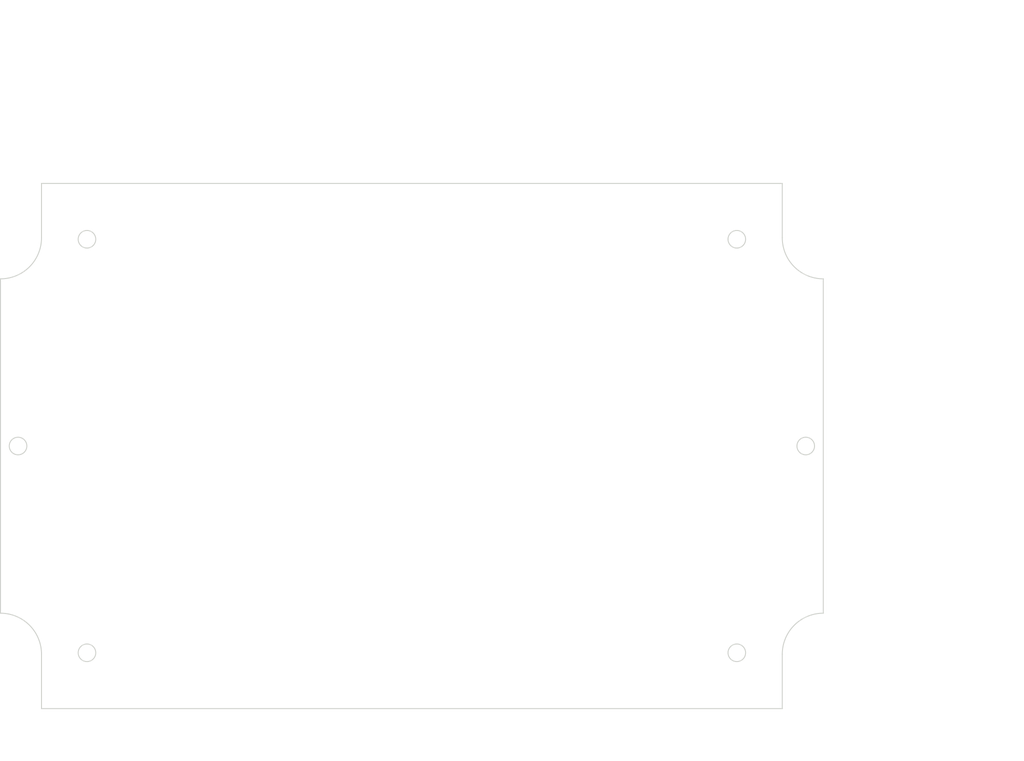
<source format=kicad_pcb>
(kicad_pcb (version 20171130) (host pcbnew "(5.1.0)-1")

  (general
    (thickness 1.6)
    (drawings 82)
    (tracks 0)
    (zones 0)
    (modules 0)
    (nets 1)
  )

  (page A3)
  (layers
    (0 F.Cu signal)
    (31 B.Cu signal)
    (32 B.Adhes user)
    (33 F.Adhes user)
    (34 B.Paste user)
    (35 F.Paste user)
    (36 B.SilkS user)
    (37 F.SilkS user)
    (38 B.Mask user)
    (39 F.Mask user)
    (40 Dwgs.User user)
    (41 Cmts.User user)
    (42 Eco1.User user)
    (43 Eco2.User user)
    (44 Edge.Cuts user)
    (45 Margin user)
    (46 B.CrtYd user)
    (47 F.CrtYd user)
    (48 B.Fab user)
    (49 F.Fab user)
  )

  (setup
    (last_trace_width 0.25)
    (trace_clearance 0.2)
    (zone_clearance 0.508)
    (zone_45_only no)
    (trace_min 0.2)
    (via_size 0.8)
    (via_drill 0.4)
    (via_min_size 0.4)
    (via_min_drill 0.3)
    (uvia_size 0.3)
    (uvia_drill 0.1)
    (uvias_allowed no)
    (uvia_min_size 0.2)
    (uvia_min_drill 0.1)
    (edge_width 0.05)
    (segment_width 0.2)
    (pcb_text_width 0.3)
    (pcb_text_size 1.5 1.5)
    (mod_edge_width 0.12)
    (mod_text_size 1 1)
    (mod_text_width 0.15)
    (pad_size 1.524 1.524)
    (pad_drill 0.762)
    (pad_to_mask_clearance 0.051)
    (solder_mask_min_width 0.25)
    (aux_axis_origin 0 0)
    (visible_elements FFFFFF7F)
    (pcbplotparams
      (layerselection 0x010fc_ffffffff)
      (usegerberextensions false)
      (usegerberattributes false)
      (usegerberadvancedattributes false)
      (creategerberjobfile false)
      (excludeedgelayer true)
      (linewidth 0.152400)
      (plotframeref false)
      (viasonmask false)
      (mode 1)
      (useauxorigin false)
      (hpglpennumber 1)
      (hpglpenspeed 20)
      (hpglpendiameter 15.000000)
      (psnegative false)
      (psa4output false)
      (plotreference true)
      (plotvalue true)
      (plotinvisibletext false)
      (padsonsilk false)
      (subtractmaskfromsilk false)
      (outputformat 1)
      (mirror false)
      (drillshape 1)
      (scaleselection 1)
      (outputdirectory ""))
  )

  (net 0 "")

  (net_class Default "This is the default net class."
    (clearance 0.2)
    (trace_width 0.25)
    (via_dia 0.8)
    (via_drill 0.4)
    (uvia_dia 0.3)
    (uvia_drill 0.1)
  )

  (gr_line (start 118.402746 205.706353) (end 118.402746 194.657353) (layer Edge.Cuts) (width 0.2))
  (gr_arc (start 110.071546 194.657353) (end 118.402746 194.657353) (angle -90) (layer Edge.Cuts) (width 0.2))
  (gr_line (start 110.071546 186.326153) (end 110.071546 118.406553) (layer Edge.Cuts) (width 0.2))
  (gr_arc (start 110.071546 110.075353) (end 110.071546 118.406553) (angle -90) (layer Edge.Cuts) (width 0.2))
  (gr_line (start 118.402746 110.075353) (end 118.402746 99.026353) (layer Edge.Cuts) (width 0.2))
  (gr_line (start 118.402746 99.026353) (end 268.872346 99.026353) (layer Edge.Cuts) (width 0.2))
  (gr_line (start 268.872346 99.026353) (end 268.872346 110.075353) (layer Edge.Cuts) (width 0.2))
  (gr_arc (start 277.203546 110.075353) (end 268.872346 110.075353) (angle -90) (layer Edge.Cuts) (width 0.2))
  (gr_line (start 277.203546 118.406553) (end 277.203546 186.326153) (layer Edge.Cuts) (width 0.2))
  (gr_arc (start 277.203546 194.657353) (end 277.203546 186.326153) (angle -90) (layer Edge.Cuts) (width 0.2))
  (gr_line (start 268.872346 194.657353) (end 268.872346 205.706353) (layer Edge.Cuts) (width 0.2))
  (gr_line (start 268.872346 205.706353) (end 118.402746 205.706353) (layer Edge.Cuts) (width 0.2))
  (gr_circle (center 127.637546 194.366353) (end 129.423483 194.366353) (layer Edge.Cuts) (width 0.2))
  (gr_circle (center 259.637546 194.366353) (end 261.423483 194.366353) (layer Edge.Cuts) (width 0.2))
  (gr_circle (center 127.637546 110.366353) (end 129.423483 110.366353) (layer Edge.Cuts) (width 0.2))
  (gr_circle (center 259.637546 110.366353) (end 261.423483 110.366353) (layer Edge.Cuts) (width 0.2))
  (gr_circle (center 113.637546 152.366353) (end 115.423483 152.366353) (layer Edge.Cuts) (width 0.2))
  (gr_circle (center 273.637546 152.366353) (end 275.423483 152.366353) (layer Edge.Cuts) (width 0.2))
  (gr_text [6.58] (at 193.637546 66.932481) (layer Dwgs.User)
    (effects (font (size 1.7 1.53) (thickness 0.2125)))
  )
  (gr_text " 167.13" (at 193.637546 63.374465) (layer Dwgs.User)
    (effects (font (size 1.7 1.53) (thickness 0.2125)))
  )
  (gr_line (start 275.203546 65.043019) (end 198.345459 65.043019) (layer Dwgs.User) (width 0.2))
  (gr_line (start 112.071546 65.043019) (end 188.929633 65.043019) (layer Dwgs.User) (width 0.2))
  (gr_line (start 277.203546 117.406553) (end 277.203546 61.868019) (layer Dwgs.User) (width 0.2))
  (gr_line (start 110.071546 117.406553) (end 110.071546 61.868019) (layer Dwgs.User) (width 0.2))
  (gr_text [6.30] (at 193.637546 74.728608) (layer Dwgs.User)
    (effects (font (size 1.7 1.53) (thickness 0.2125)))
  )
  (gr_text " 160.00" (at 193.637546 71.171173) (layer Dwgs.User)
    (effects (font (size 1.7 1.53) (thickness 0.2125)))
  )
  (gr_line (start 271.637546 72.839147) (end 198.342559 72.839147) (layer Dwgs.User) (width 0.2))
  (gr_line (start 115.637546 72.839147) (end 188.932532 72.839147) (layer Dwgs.User) (width 0.2))
  (gr_line (start 273.637546 151.366353) (end 273.637546 69.664147) (layer Dwgs.User) (width 0.2))
  (gr_line (start 113.637546 151.366353) (end 113.637546 69.664147) (layer Dwgs.User) (width 0.2))
  (gr_text [5.92] (at 193.637546 82.684728) (layer Dwgs.User)
    (effects (font (size 1.7 1.53) (thickness 0.2125)))
  )
  (gr_text " 150.47" (at 193.637546 79.127292) (layer Dwgs.User)
    (effects (font (size 1.7 1.53) (thickness 0.2125)))
  )
  (gr_line (start 266.872346 80.795267) (end 198.345459 80.795267) (layer Dwgs.User) (width 0.2))
  (gr_line (start 120.402746 80.795267) (end 188.929633 80.795267) (layer Dwgs.User) (width 0.2))
  (gr_line (start 268.872346 98.026353) (end 268.872346 77.620267) (layer Dwgs.User) (width 0.2))
  (gr_line (start 118.402746 98.026353) (end 118.402746 77.620267) (layer Dwgs.User) (width 0.2))
  (gr_text [5.20] (at 193.637546 90.053305) (layer Dwgs.User)
    (effects (font (size 1.7 1.53) (thickness 0.2125)))
  )
  (gr_text " 132.00" (at 193.637546 86.49529) (layer Dwgs.User)
    (effects (font (size 1.7 1.53) (thickness 0.2125)))
  )
  (gr_line (start 129.637546 88.163844) (end 188.932532 88.163844) (layer Dwgs.User) (width 0.2))
  (gr_line (start 257.637546 88.163844) (end 198.342559 88.163844) (layer Dwgs.User) (width 0.2))
  (gr_line (start 127.637546 109.366353) (end 127.637546 84.988844) (layer Dwgs.User) (width 0.2))
  (gr_line (start 259.637546 109.366353) (end 259.637546 84.988844) (layer Dwgs.User) (width 0.2))
  (gr_text [4.20] (at 313.217401 154.255814) (layer Dwgs.User)
    (effects (font (size 1.7 1.53) (thickness 0.2125)))
  )
  (gr_text " 106.68" (at 313.217401 150.698379) (layer Dwgs.User)
    (effects (font (size 1.7 1.53) (thickness 0.2125)))
  )
  (gr_line (start 313.217401 203.706353) (end 313.217401 155.923788) (layer Dwgs.User) (width 0.2))
  (gr_line (start 313.217401 101.026353) (end 313.217401 148.808917) (layer Dwgs.User) (width 0.2))
  (gr_line (start 269.872346 205.706353) (end 316.392401 205.706353) (layer Dwgs.User) (width 0.2))
  (gr_line (start 269.872346 99.026353) (end 316.392401 99.026353) (layer Dwgs.User) (width 0.2))
  (gr_text [3.31] (at 299.546871 154.255814) (layer Dwgs.User)
    (effects (font (size 1.7 1.53) (thickness 0.2125)))
  )
  (gr_text " 84.00" (at 299.546871 150.698379) (layer Dwgs.User)
    (effects (font (size 1.7 1.53) (thickness 0.2125)))
  )
  (gr_line (start 299.546871 112.366353) (end 299.546871 148.808917) (layer Dwgs.User) (width 0.2))
  (gr_line (start 299.546871 192.366353) (end 299.546871 155.923788) (layer Dwgs.User) (width 0.2))
  (gr_line (start 260.637546 110.366353) (end 302.721871 110.366353) (layer Dwgs.User) (width 0.2))
  (gr_line (start 260.637546 194.366353) (end 302.721871 194.366353) (layer Dwgs.User) (width 0.2))
  (gr_text [2.67] (at 286.061078 154.255814) (layer Dwgs.User)
    (effects (font (size 1.7 1.53) (thickness 0.2125)))
  )
  (gr_text " 67.92" (at 286.061078 150.698379) (layer Dwgs.User)
    (effects (font (size 1.7 1.53) (thickness 0.2125)))
  )
  (gr_line (start 286.061078 184.326153) (end 286.061078 155.923788) (layer Dwgs.User) (width 0.2))
  (gr_line (start 286.061078 120.406553) (end 286.061078 148.808917) (layer Dwgs.User) (width 0.2))
  (gr_line (start 278.203546 186.326153) (end 289.236078 186.326153) (layer Dwgs.User) (width 0.2))
  (gr_line (start 278.203546 118.406553) (end 289.236078 118.406553) (layer Dwgs.User) (width 0.2))
  (gr_text [.36] (at 274.73778 214.45586) (layer Dwgs.User)
    (effects (font (size 1.7 1.53) (thickness 0.2125)))
  )
  (gr_text " 9.23" (at 274.73778 210.897844) (layer Dwgs.User)
    (effects (font (size 1.7 1.53) (thickness 0.2125)))
  )
  (gr_line (start 268.872346 212.566398) (end 271.350672 212.566398) (layer Dwgs.User) (width 0.2))
  (gr_line (start 261.637546 212.566398) (end 266.872346 212.566398) (layer Dwgs.User) (width 0.2))
  (gr_line (start 259.637546 195.366353) (end 259.637546 215.741398) (layer Dwgs.User) (width 0.2))
  (gr_line (start 268.872346 206.706353) (end 268.872346 215.741398) (layer Dwgs.User) (width 0.2))
  (gr_text [.45] (at 290.509196 213.564668) (layer Dwgs.User)
    (effects (font (size 1.7 1.53) (thickness 0.2125)))
  )
  (gr_text " 11.34" (at 290.509196 210.010131) (layer Dwgs.User)
    (effects (font (size 1.7 1.53) (thickness 0.2125)))
  )
  (gr_line (start 296.553227 211.678685) (end 294.553227 211.678685) (layer Dwgs.User) (width 0.2))
  (gr_line (start 296.553227 205.706353) (end 296.553227 211.678685) (layer Dwgs.User) (width 0.2))
  (gr_line (start 296.553227 196.366353) (end 296.553227 203.706353) (layer Dwgs.User) (width 0.2))
  (gr_line (start 260.637546 194.366353) (end 299.728227 194.366353) (layer Dwgs.User) (width 0.2))
  (gr_line (start 269.872346 205.706353) (end 299.728227 205.706353) (layer Dwgs.User) (width 0.2))
  (gr_text [R0.33] (at 254.624154 189.318991) (layer Dwgs.User)
    (effects (font (size 1.7 1.53) (thickness 0.2125)))
  )
  (gr_text " R8.33" (at 254.624154 185.760976) (layer Dwgs.User)
    (effects (font (size 1.7 1.53) (thickness 0.2125)))
  )
  (gr_line (start 261.094925 187.42953) (end 267.777697 190.428042) (layer Dwgs.User) (width 0.2))
  (gr_line (start 259.094925 187.42953) (end 261.094925 187.42953) (layer Dwgs.User) (width 0.2))
  (gr_line (start 259.637546 194.456353) (end 259.637546 194.276353) (layer Dwgs.User) (width 0.2))
  (gr_line (start 259.547546 194.366353) (end 259.727546 194.366353) (layer Dwgs.User) (width 0.2))
  (gr_text " ∅3.57\n[∅0.14]" (at 241.88217 213.585404) (layer Dwgs.User)
    (effects (font (size 1.7 1.53) (thickness 0.2125)))
  )
  (gr_line (start 248.419039 213.585404) (end 257.728983 197.636018) (layer Dwgs.User) (width 0.2))
  (gr_line (start 246.419039 213.585404) (end 248.419039 213.585404) (layer Dwgs.User) (width 0.2))

)

</source>
